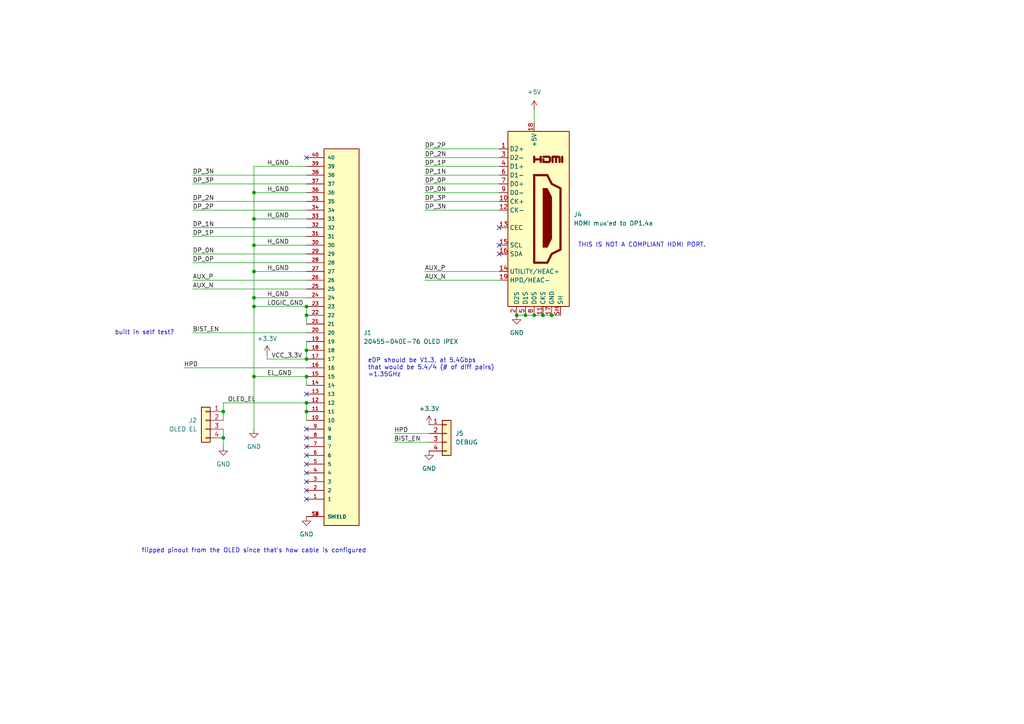
<source format=kicad_sch>
(kicad_sch (version 20240417) (generator "eeschema") (generator_version "8.99")
  (paper "A4")
  (lib_symbols
    (symbol "Connector:HDMI_A_1.4"
      (property "Reference" "J" (at -6.35 26.67 0))
      (property "Value" "HDMI_A_1.4" (at 10.16 26.67 0))
      (symbol "HDMI_A_1.4_0_0"
        (polyline (pts (xy 0 16.51) (xy 0 18.034) (xy 0 17.272) (xy 1.905 17.272) (xy 1.905 18.034) (xy 1.905 16.51)) (stroke (width 0.635)))
        (polyline (pts (xy 2.667 18.034) (xy 4.318 18.034) (xy 4.572 17.78) (xy 4.572 16.764) (xy 4.318 16.51) (xy 2.667 16.51) (xy 2.667 17.272)) (stroke (width 0.635)))
        (polyline (pts (xy 8.128 16.51) (xy 8.128 18.034)) (stroke (width 0.635)))
      )
      (symbol "HDMI_A_1.4_0_1"
        (rectangle (start -7.62 25.4) (end 10.16 -25.4) (stroke (width 0.254)) (fill (type background)))
        (polyline (pts (xy 0 12.7) (xy 0 -12.7) (xy 3.81 -12.7) (xy 5.08 -10.16) (xy 7.62 -8.89) (xy 7.62 8.89) (xy 5.08 10.16) (xy 3.81 12.7) (xy 0 12.7)) (stroke (width 0.635)))
        (polyline (pts (xy 2.54 8.89) (xy 3.81 8.89) (xy 5.08 6.35) (xy 5.08 -5.715) (xy 3.81 -8.255) (xy 2.54 -8.255) (xy 2.54 8.89)) (fill (type outline)))
        (polyline (pts (xy 5.334 16.51) (xy 5.334 18.034) (xy 6.35 18.034) (xy 6.35 16.51) (xy 6.35 18.034) (xy 7.112 18.034) (xy 7.366 17.78) (xy 7.366 16.51)) (stroke (width 0.635)))
      )
      (symbol "HDMI_A_1.4_1_1"
        (pin passive line (at -10.16 20.32 0) (length 2.54) (name "D2+") (number "1"))
        (pin passive line (at -10.16 5.08 0) (length 2.54) (name "CK+") (number "10"))
        (pin power_in line (at 2.54 -27.94 90) (length 2.54) (name "CKS") (number "11"))
        (pin passive line (at -10.16 2.54 0) (length 2.54) (name "CK-") (number "12"))
        (pin bidirectional line (at -10.16 -2.54 0) (length 2.54) (name "CEC") (number "13"))
        (pin passive line (at -10.16 -15.24 0) (length 2.54) (name "UTILITY/HEAC+") (number "14"))
        (pin passive line (at -10.16 -7.62 0) (length 2.54) (name "SCL") (number "15"))
        (pin bidirectional line (at -10.16 -10.16 0) (length 2.54) (name "SDA") (number "16"))
        (pin power_in line (at 5.08 -27.94 90) (length 2.54) (name "GND") (number "17"))
        (pin power_in line (at 0 27.94 270) (length 2.54) (name "+5V") (number "18"))
        (pin passive line (at -10.16 -17.78 0) (length 2.54) (name "HPD/HEAC-") (number "19"))
        (pin power_in line (at -5.08 -27.94 90) (length 2.54) (name "D2S") (number "2"))
        (pin passive line (at -10.16 17.78 0) (length 2.54) (name "D2-") (number "3"))
        (pin passive line (at -10.16 15.24 0) (length 2.54) (name "D1+") (number "4"))
        (pin power_in line (at -2.54 -27.94 90) (length 2.54) (name "D1S") (number "5"))
        (pin passive line (at -10.16 12.7 0) (length 2.54) (name "D1-") (number "6"))
        (pin passive line (at -10.16 10.16 0) (length 2.54) (name "D0+") (number "7"))
        (pin power_in line (at 0 -27.94 90) (length 2.54) (name "D0S") (number "8"))
        (pin passive line (at -10.16 7.62 0) (length 2.54) (name "D0-") (number "9"))
        (pin passive line (at 7.62 -27.94 90) (length 2.54) (name "SH") (number "SH"))
      )
    )
    (symbol "Connector_Generic:Conn_01x04" (pin_names (offset 1.016) hide)
      (property "Reference" "J" (at 0 5.08 0))
      (property "Value" "Conn_01x04" (at 0 -7.62 0))
      (symbol "Conn_01x04_1_1"
        (rectangle (start -1.27 3.81) (end 1.27 -6.35) (stroke (width 0.254)) (fill (type background)))
        (rectangle (start -1.27 2.667) (end 0 2.413) (stroke (width 0.1524)))
        (rectangle (start -1.27 0.127) (end 0 -0.127) (stroke (width 0.1524)))
        (rectangle (start -1.27 -2.413) (end 0 -2.667) (stroke (width 0.1524)))
        (rectangle (start -1.27 -4.953) (end 0 -5.207) (stroke (width 0.1524)))
        (pin passive line (at -5.08 2.54 0) (length 3.81) (name "Pin_1") (number "1"))
        (pin passive line (at -5.08 0 0) (length 3.81) (name "Pin_2") (number "2"))
        (pin passive line (at -5.08 -2.54 0) (length 3.81) (name "Pin_3") (number "3"))
        (pin passive line (at -5.08 -5.08 0) (length 3.81) (name "Pin_4") (number "4"))
      )
    )
    (symbol "eDP_Connector:20455-040E-76" (pin_names (offset 1.016))
      (property "Reference" "J" (at -5.08 54.102 0))
      (property "Value" "20455-040E-76" (at -5.08 -58.42 0))
      (symbol "20455-040E-76_0_0"
        (rectangle (start -5.08 53.34) (end 5.08 -55.88) (stroke (width 0.254)) (fill (type background)))
        (pin passive line (at -10.16 -48.26 0) (length 5.08) (name "1") (number "1"))
        (pin passive line (at -10.16 -25.4 0) (length 5.08) (name "10") (number "10"))
        (pin passive line (at -10.16 -22.86 0) (length 5.08) (name "11") (number "11"))
        (pin passive line (at -10.16 -20.32 0) (length 5.08) (name "12") (number "12"))
        (pin passive line (at -10.16 -17.78 0) (length 5.08) (name "13") (number "13"))
        (pin passive line (at -10.16 -15.24 0) (length 5.08) (name "14") (number "14"))
        (pin passive line (at -10.16 -12.7 0) (length 5.08) (name "15") (number "15"))
        (pin passive line (at -10.16 -10.16 0) (length 5.08) (name "16") (number "16"))
        (pin passive line (at -10.16 -7.62 0) (length 5.08) (name "17") (number "17"))
        (pin passive line (at -10.16 -5.08 0) (length 5.08) (name "18") (number "18"))
        (pin passive line (at -10.16 -2.54 0) (length 5.08) (name "19") (number "19"))
        (pin passive line (at -10.16 -45.72 0) (length 5.08) (name "2") (number "2"))
        (pin passive line (at -10.16 0 0) (length 5.08) (name "20") (number "20"))
        (pin passive line (at -10.16 2.54 0) (length 5.08) (name "21") (number "21"))
        (pin passive line (at -10.16 5.08 0) (length 5.08) (name "22") (number "22"))
        (pin passive line (at -10.16 7.62 0) (length 5.08) (name "23") (number "23"))
        (pin passive line (at -10.16 10.16 0) (length 5.08) (name "24") (number "24"))
        (pin passive line (at -10.16 12.7 0) (length 5.08) (name "25") (number "25"))
        (pin passive line (at -10.16 15.24 0) (length 5.08) (name "26") (number "26"))
        (pin passive line (at -10.16 17.78 0) (length 5.08) (name "27") (number "27"))
        (pin passive line (at -10.16 20.32 0) (length 5.08) (name "28") (number "28"))
        (pin passive line (at -10.16 22.86 0) (length 5.08) (name "29") (number "29"))
        (pin passive line (at -10.16 -43.18 0) (length 5.08) (name "3") (number "3"))
        (pin passive line (at -10.16 25.4 0) (length 5.08) (name "30") (number "30"))
        (pin passive line (at -10.16 27.94 0) (length 5.08) (name "31") (number "31"))
        (pin passive line (at -10.16 30.48 0) (length 5.08) (name "32") (number "32"))
        (pin passive line (at -10.16 33.02 0) (length 5.08) (name "33") (number "33"))
        (pin passive line (at -10.16 35.56 0) (length 5.08) (name "34") (number "34"))
        (pin passive line (at -10.16 38.1 0) (length 5.08) (name "35") (number "35"))
        (pin passive line (at -10.16 40.64 0) (length 5.08) (name "36") (number "36"))
        (pin passive line (at -10.16 43.18 0) (length 5.08) (name "37") (number "37"))
        (pin passive line (at -10.16 45.72 0) (length 5.08) (name "38") (number "38"))
        (pin passive line (at -10.16 48.26 0) (length 5.08) (name "39") (number "39"))
        (pin passive line (at -10.16 -40.64 0) (length 5.08) (name "4") (number "4"))
        (pin passive line (at -10.16 50.8 0) (length 5.08) (name "40") (number "40"))
        (pin passive line (at -10.16 -38.1 0) (length 5.08) (name "5") (number "5"))
        (pin passive line (at -10.16 -35.56 0) (length 5.08) (name "6") (number "6"))
        (pin passive line (at -10.16 -33.02 0) (length 5.08) (name "7") (number "7"))
        (pin passive line (at -10.16 -30.48 0) (length 5.08) (name "8") (number "8"))
        (pin passive line (at -10.16 -27.94 0) (length 5.08) (name "9") (number "9"))
        (pin passive line (at -10.16 -53.34 0) (length 5.08) (name "SHIELD") (number "S1"))
        (pin passive line (at -10.16 -53.34 0) (length 5.08) (name "SHIELD") (number "S2"))
        (pin passive line (at -10.16 -53.34 0) (length 5.08) (name "SHIELD") (number "S3"))
        (pin passive line (at -10.16 -53.34 0) (length 5.08) (name "SHIELD") (number "S4"))
      )
    )
    (symbol "power:+3.3V" (power) (pin_numbers hide) (pin_names (offset 0) hide)
      (property "Value" "+3.3V" (at 0 3.556 0))
      (symbol "+3.3V_0_1"
        (polyline (pts (xy -0.762 1.27) (xy 0 2.54)))
        (polyline (pts (xy 0 2.54) (xy 0.762 1.27)))
        (polyline (pts (xy 0 0) (xy 0 2.54)))
      )
      (symbol "+3.3V_1_1"
        (pin power_in line (at 0 0 90) (length 0) (name "~") (number "1"))
      )
    )
    (symbol "power:+5V" (power) (pin_numbers hide) (pin_names (offset 0) hide)
      (property "Value" "+5V" (at 0 3.556 0))
      (symbol "+5V_0_1"
        (polyline (pts (xy -0.762 1.27) (xy 0 2.54)))
        (polyline (pts (xy 0 2.54) (xy 0.762 1.27)))
        (polyline (pts (xy 0 0) (xy 0 2.54)))
      )
      (symbol "+5V_1_1"
        (pin power_in line (at 0 0 90) (length 0) (name "~") (number "1"))
      )
    )
    (symbol "power:GND" (power) (pin_numbers hide) (pin_names (offset 0) hide)
      (property "Value" "GND" (at 0 -3.81 0))
      (symbol "GND_0_1"
        (polyline (pts (xy 0 0) (xy 0 -1.27) (xy 1.27 -1.27) (xy 0 -2.54) (xy -1.27 -1.27) (xy 0 -1.27)))
      )
      (symbol "GND_1_1"
        (pin power_in line (at 0 0 270) (length 0) (name "~") (number "1"))
      )
    )
  )
  (text "THIS IS NOT A COMPLIANT HDMI PORT." (at 167.64 71.12 0) (effects (font (size 1.27 1.27)) (justify left)))
  (text "eDP should be V1.3, at 5.4Gbps\nthat would be 5.4/4 (# of diff pairs)\n=1.35GHz" (at 106.68 106.68 0) (effects (font (size 1.27 1.27)) (justify left)))
  (text "flipped pinout from the OLED since that's how cable is configured" (at 73.66 159.766 0) (effects (font (size 1.27 1.27))))
  (text "built in self test?" (at 41.91 96.52 0) (effects (font (size 1.27 1.27))))
  (junction (at 160.02 91.44))
  (junction (at 154.94 91.44))
  (junction (at 88.9 91.44))
  (junction (at 88.9 116.84))
  (junction (at 152.4 91.44))
  (junction (at 88.9 101.6))
  (junction (at 73.66 63.5))
  (junction (at 88.9 88.9))
  (junction (at 73.66 55.88))
  (junction (at 149.86 91.44))
  (junction (at 73.66 109.22))
  (junction (at 88.9 104.14))
  (junction (at 73.66 71.12))
  (junction (at 64.77 127))
  (junction (at 73.66 78.74))
  (junction (at 157.48 91.44))
  (junction (at 73.66 88.9))
  (junction (at 88.9 119.38))
  (junction (at 73.66 86.36))
  (junction (at 64.77 119.38))
  (junction (at 88.9 109.22))
  (no_connect (at 88.9 134.62))
  (no_connect (at 88.9 114.3))
  (no_connect (at 88.9 124.46))
  (no_connect (at 88.9 45.72))
  (no_connect (at 88.9 137.16))
  (no_connect (at 144.78 73.66))
  (no_connect (at 144.78 71.12))
  (no_connect (at 88.9 144.78))
  (no_connect (at 88.9 129.54))
  (no_connect (at 88.9 132.08))
  (no_connect (at 88.9 139.7))
  (no_connect (at 88.9 142.24))
  (no_connect (at 144.78 66.04))
  (no_connect (at 88.9 127))
  (wire (pts (xy 73.66 78.74) (xy 88.9 78.74)))
  (wire (pts (xy 73.66 86.36) (xy 73.66 78.74)))
  (wire (pts (xy 73.66 48.26) (xy 88.9 48.26)))
  (wire (pts (xy 88.9 91.44) (xy 88.9 93.98)))
  (wire (pts (xy 55.88 60.96) (xy 88.9 60.96)))
  (wire (pts (xy 73.66 109.22) (xy 73.66 124.46)))
  (wire (pts (xy 73.66 55.88) (xy 73.66 48.26)))
  (wire (pts (xy 55.88 50.8) (xy 88.9 50.8)))
  (wire (pts (xy 88.9 119.38) (xy 88.9 121.92)))
  (wire (pts (xy 64.77 124.46) (xy 64.77 127)))
  (wire (pts (xy 114.3 125.73) (xy 124.46 125.73)))
  (wire (pts (xy 149.86 91.44) (xy 152.4 91.44)))
  (wire (pts (xy 154.94 31.75) (xy 154.94 35.56)))
  (wire (pts (xy 123.19 48.26) (xy 144.78 48.26)))
  (wire (pts (xy 77.47 104.14) (xy 77.47 102.87)))
  (wire (pts (xy 157.48 91.44) (xy 160.02 91.44)))
  (wire (pts (xy 123.19 81.28) (xy 144.78 81.28)))
  (wire (pts (xy 114.3 128.27) (xy 124.46 128.27)))
  (wire (pts (xy 73.66 71.12) (xy 73.66 63.5)))
  (wire (pts (xy 88.9 88.9) (xy 88.9 91.44)))
  (wire (pts (xy 123.19 50.8) (xy 144.78 50.8)))
  (wire (pts (xy 88.9 99.06) (xy 88.9 101.6)))
  (wire (pts (xy 55.88 83.82) (xy 88.9 83.82)))
  (wire (pts (xy 123.19 53.34) (xy 144.78 53.34)))
  (wire (pts (xy 55.88 81.28) (xy 88.9 81.28)))
  (wire (pts (xy 123.19 78.74) (xy 144.78 78.74)))
  (wire (pts (xy 73.66 86.36) (xy 88.9 86.36)))
  (wire (pts (xy 88.9 116.84) (xy 88.9 119.38)))
  (wire (pts (xy 73.66 71.12) (xy 88.9 71.12)))
  (wire (pts (xy 154.94 91.44) (xy 157.48 91.44)))
  (wire (pts (xy 55.88 66.04) (xy 88.9 66.04)))
  (wire (pts (xy 53.34 106.68) (xy 88.9 106.68)))
  (wire (pts (xy 123.19 58.42) (xy 144.78 58.42)))
  (wire (pts (xy 73.66 63.5) (xy 88.9 63.5)))
  (wire (pts (xy 64.77 116.84) (xy 88.9 116.84)))
  (wire (pts (xy 64.77 119.38) (xy 64.77 121.92)))
  (wire (pts (xy 160.02 91.44) (xy 162.56 91.44)))
  (wire (pts (xy 73.66 109.22) (xy 88.9 109.22)))
  (wire (pts (xy 73.66 88.9) (xy 73.66 86.36)))
  (wire (pts (xy 123.19 60.96) (xy 144.78 60.96)))
  (wire (pts (xy 123.19 55.88) (xy 144.78 55.88)))
  (wire (pts (xy 55.88 68.58) (xy 88.9 68.58)))
  (wire (pts (xy 64.77 127) (xy 64.77 129.54)))
  (wire (pts (xy 73.66 88.9) (xy 73.66 109.22)))
  (wire (pts (xy 73.66 88.9) (xy 88.9 88.9)))
  (wire (pts (xy 123.19 43.18) (xy 144.78 43.18)))
  (wire (pts (xy 64.77 116.84) (xy 64.77 119.38)))
  (wire (pts (xy 88.9 109.22) (xy 88.9 111.76)))
  (wire (pts (xy 88.9 101.6) (xy 88.9 104.14)))
  (wire (pts (xy 123.19 45.72) (xy 144.78 45.72)))
  (wire (pts (xy 73.66 78.74) (xy 73.66 71.12)))
  (wire (pts (xy 55.88 58.42) (xy 88.9 58.42)))
  (wire (pts (xy 73.66 55.88) (xy 88.9 55.88)))
  (wire (pts (xy 73.66 63.5) (xy 73.66 55.88)))
  (wire (pts (xy 55.88 53.34) (xy 88.9 53.34)))
  (wire (pts (xy 55.88 76.2) (xy 88.9 76.2)))
  (wire (pts (xy 55.88 96.52) (xy 88.9 96.52)))
  (wire (pts (xy 55.88 73.66) (xy 88.9 73.66)))
  (wire (pts (xy 77.47 104.14) (xy 88.9 104.14)))
  (wire (pts (xy 152.4 91.44) (xy 154.94 91.44)))
  (label "BIST_EN" (at 55.88 96.52 0))
  (label "DP_1N" (at 123.19 50.8 0))
  (label "AUX_N" (at 55.88 83.82 0))
  (label "H_GND" (at 77.47 48.26 0))
  (label "DP_1N" (at 55.88 66.04 0))
  (label "AUX_N" (at 123.19 81.28 0))
  (label "EL_GND" (at 77.47 109.22 0))
  (label "H_GND" (at 77.47 63.5 0))
  (label "DP_2N" (at 55.88 58.42 0))
  (label "BIST_EN" (at 114.3 128.27 0))
  (label "OLED_EL" (at 66.04 116.84 0))
  (label "DP_2P" (at 123.19 43.18 0))
  (label "DP_3N" (at 123.19 60.96 0))
  (label "H_GND" (at 77.47 86.36 0))
  (label "HPD" (at 114.3 125.73 0))
  (label "DP_2P" (at 55.88 60.96 0))
  (label "HPD" (at 53.34 106.68 0))
  (label "H_GND" (at 77.47 71.12 0))
  (label "DP_0N" (at 123.19 55.88 0))
  (label "H_GND" (at 77.47 55.88 0))
  (label "DP_3N" (at 55.88 50.8 0))
  (label "DP_0P" (at 55.88 76.2 0))
  (label "LOGIC_GND" (at 77.47 88.9 0))
  (label "VCC_3.3V" (at 78.74 104.14 0))
  (label "AUX_P" (at 55.88 81.28 0))
  (label "DP_0P" (at 123.19 53.34 0))
  (label "AUX_P" (at 123.19 78.74 0))
  (label "DP_1P" (at 55.88 68.58 0))
  (label "H_GND" (at 77.47 78.74 0))
  (label "DP_1P" (at 123.19 48.26 0))
  (label "DP_0N" (at 55.88 73.66 0))
  (label "DP_3P" (at 123.19 58.42 0))
  (label "DP_3P" (at 55.88 53.34 0))
  (label "DP_2N" (at 123.19 45.72 0))
  (symbol (lib_id "power:+3.3V") (at 77.47 102.87 0) (unit 1)
    (property "Reference" "#PWR01" (effects (hide yes)))
    (property "Value" "+3.3V" (at 77.47 98.2098 0))
    (property "Description" "Power symbol creates a global label with name \"+3.3V\"" (effects (hide yes)))
  )
  (symbol (lib_id "Connector:HDMI_A_1.4") (at 154.94 63.5 0) (unit 1)
    (property "Reference" "J4" (at 166.37 62.2299 0) (effects (justify left)))
    (property "Value" "HDMI mux'ed to DP1.4a" (at 166.37 64.7699 0) (effects (justify left)))
    (property "Footprint" "HDMI_MALE_HORIZONTAL:HDMI-SMD_HYC109-HDMIA19-160" (effects (hide yes)))
    (property "Datasheet" "https://en.wikipedia.org/wiki/HDMI" (effects (hide yes)))
    (property "Description" "HDMI 1.4+ type A connector" (effects (hide yes)))
    (property "LCSC" "C720616" (effects (hide yes)))
  )
  (symbol (lib_id "Connector_Generic:Conn_01x04") (at 129.54 125.73 0) (unit 1)
    (property "Reference" "J5" (at 132.08 125.7299 0) (effects (justify left)))
    (property "Value" "DEBUG" (at 132.08 128.2699 0) (effects (justify left)))
    (property "Footprint" "Connector_PinHeader_2.54mm:PinHeader_1x04_P2.54mm_Vertical" (effects (hide yes)))
    (property "Description" "Generic connector, single row, 01x04, script generated (kicad-library-utils/schlib/autogen/connector/)" (effects (hide yes)))
  )
  (symbol (lib_id "power:GND") (at 88.9 149.86 0) (unit 1)
    (property "Reference" "#PWR06" (effects (hide yes)))
    (property "Value" "GND" (at 88.9 154.94 0))
    (property "Description" "Power symbol creates a global label with name \"GND\" , ground" (effects (hide yes)))
  )
  (symbol (lib_id "eDP_Connector:20455-040E-76") (at 99.06 96.52 0) (unit 1)
    (property "Reference" "J1" (at 105.41 96.5199 0) (effects (justify left)))
    (property "Value" "20455-040E-76 OLED IPEX" (at 105.41 99.0599 0) (effects (justify left)))
    (property "Footprint" "eDP_Connector:IPEX_20455-040E-76" (effects (hide yes)))
    (property "MF" "I-PEX" (effects (hide yes)))
    (property "Description_1" "\n40 POS Right Angle SMD 0.5 mm pitch, Horizontal mating type Micro-coaxial and FPC connector with mechanical lock (VESA standard connector) CABLINE-VS Receptacle\n" (effects (hide yes)))
    (property "Package" "None" (effects (hide yes)))
    (property "Price" "None" (effects (hide yes)))
    (property "Check_prices" "https://www.snapeda.com/parts/20455-040E-76/I-PEX/view-part/?ref=eda" (effects (hide yes)))
    (property "STANDARD" "Manufacturer Recommendations" (effects (hide yes)))
    (property "SnapEDA_Link" "https://www.snapeda.com/parts/20455-040E-76/I-PEX/view-part/?ref=snap" (effects (hide yes)))
    (property "MP" "20455-040E-76" (effects (hide yes)))
    (property "Availability" "In Stock" (effects (hide yes)))
    (property "MANUFACTURER" "I-PEX" (effects (hide yes)))
    (property "LCSC" "C7527731" (effects (hide yes)))
  )
  (symbol (lib_id "power:GND") (at 124.46 130.81 0) (unit 1)
    (property "Reference" "#PWR010" (effects (hide yes)))
    (property "Value" "GND" (at 124.46 135.89 0))
    (property "Description" "Power symbol creates a global label with name \"GND\" , ground" (effects (hide yes)))
  )
  (symbol (lib_id "Connector_Generic:Conn_01x04") (at 59.69 121.92 0) (mirror y) (unit 1)
    (property "Reference" "J2" (at 57.15 121.9199 0) (effects (justify left)))
    (property "Value" "OLED EL" (at 57.15 124.4599 0) (effects (justify left)))
    (property "Footprint" "Connector_PinHeader_2.54mm:PinHeader_1x04_P2.54mm_Vertical" (effects (hide yes)))
    (property "Description" "Generic connector, single row, 01x04, script generated (kicad-library-utils/schlib/autogen/connector/)" (effects (hide yes)))
  )
  (symbol (lib_id "power:GND") (at 64.77 129.54 0) (unit 1)
    (property "Reference" "#PWR05" (effects (hide yes)))
    (property "Value" "GND" (at 64.77 134.62 0))
    (property "Description" "Power symbol creates a global label with name \"GND\" , ground" (effects (hide yes)))
  )
  (symbol (lib_id "power:+5V") (at 154.94 31.75 0) (unit 1)
    (property "Reference" "#PWR07" (effects (hide yes)))
    (property "Value" "+5V" (at 154.94 26.67 0))
    (property "Description" "Power symbol creates a global label with name \"+5V\"" (effects (hide yes)))
  )
  (symbol (lib_id "power:GND") (at 73.66 124.46 0) (unit 1)
    (property "Reference" "#PWR04" (effects (hide yes)))
    (property "Value" "GND" (at 73.66 129.54 0))
    (property "Description" "Power symbol creates a global label with name \"GND\" , ground" (effects (hide yes)))
  )
  (symbol (lib_id "power:GND") (at 149.86 91.44 0) (unit 1)
    (property "Reference" "#PWR03" (effects (hide yes)))
    (property "Value" "GND" (at 149.86 96.52 0))
    (property "Description" "Power symbol creates a global label with name \"GND\" , ground" (effects (hide yes)))
  )
  (symbol (lib_id "power:+3.3V") (at 124.46 123.19 0) (unit 1)
    (property "Reference" "#PWR02" (effects (hide yes)))
    (property "Value" "+3.3V" (at 124.46 118.5298 0))
    (property "Description" "Power symbol creates a global label with name \"+3.3V\"" (effects (hide yes)))
  )
)
</source>
